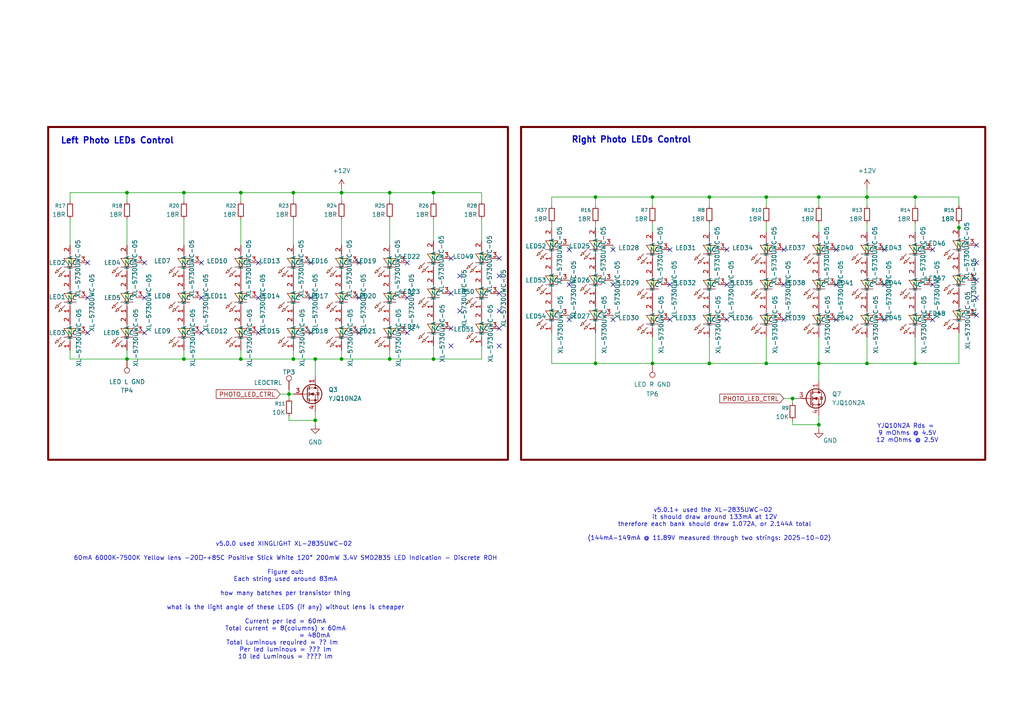
<source format=kicad_sch>
(kicad_sch (version 20250114) (generator "eeschema") (generator_version "9.0")
  (paper "A4")
  (title_block (title "MothBox") (date "2025-12-17") (rev "5.0.4") (company "Digital Naturalism Laboritories"))
  (lib_symbols
    (symbol "MothBox_Symbol_Library:+12V" (power) (pin_numbers (hide yes)) (pin_names (offset 0) (hide yes))
      (property "Value" "+12V" (at 0 3.556 0))
      (symbol "+12V_0_1"
        (polyline (pts (xy -0.762 1.27) (xy 0 2.54)))
        (polyline (pts (xy 0 2.54) (xy 0.762 1.27)))
        (polyline (pts (xy 0 0) (xy 0 2.54)))
      )
      (symbol "+12V_1_1"
        (pin power_in line (at 0 0 90) (length 0) (name "~") (number "1"))
      )
    )
    (symbol "MothBox_Symbol_Library:GND" (power) (pin_numbers (hide yes)) (pin_names (offset 0) (hide yes))
      (property "Value" "GND" (at 0 -3.81 0))
      (symbol "GND_0_1"
        (polyline (pts (xy 0 0) (xy 0 -1.27) (xy 1.27 -1.27) (xy 0 -2.54) (xy -1.27 -1.27) (xy 0 -1.27)))
      )
      (symbol "GND_1_1"
        (pin power_in line (at 0 0 270) (length 0) (name "~") (number "1"))
      )
    )
    (symbol "MothBox_Symbol_Library:R_Small" (pin_numbers (hide yes)) (pin_names (offset 0.254) (hide yes))
      (property "Reference" "R" (at 0 0 90))
      (property "Value" "R_Small" (at 1.778 0 90))
      (symbol "R_Small_0_1"
        (rectangle (start -0.762 1.778) (end 0.762 -1.778) (stroke (width 0.2032)))
      )
      (symbol "R_Small_1_1"
        (pin passive line (at 0 2.54 270) (length 0.762) (name "~") (number "1"))
        (pin passive line (at 0 -2.54 90) (length 0.762) (name "~") (number "2"))
      )
    )
    (symbol "MothBox_Symbol_Library:TestPoint" (pin_numbers (hide yes)) (pin_names (offset 0.762) (hide yes))
      (property "Reference" "TP" (at 0 6.858 0))
      (property "Value" "TestPoint" (at 0 5.08 0))
      (symbol "TestPoint_0_1"
        (circle (center 0 3.302) (radius 0.762))
      )
      (symbol "TestPoint_1_1"
        (pin passive line (at 0 0 90) (length 2.54) (name "1") (number "1"))
      )
    )
    (symbol "MothBox_Symbol_Library:XL-5730UWC-05"
      (property "Reference" "LED" (at 0 5.08 0))
      (property "Value" "XL-5730UWC-05" (at 0 -10.16 0))
      (symbol "XL-5730UWC-05_0_1"
        (polyline (pts (xy -4.06 3.3) (xy -3.05 2.79) (xy -3.56 2.29) (xy -4.06 3.3)) (fill (type background)))
        (polyline (pts (xy -3.05 4.32) (xy -2.03 3.81) (xy -2.54 3.3) (xy -3.05 4.32)) (fill (type background)))
        (polyline (pts (xy -2.29 1.52) (xy -3.3 2.54) (xy -2.29 1.52)) (fill (type background)))
        (polyline (pts (xy -1.27 2.54) (xy -2.29 3.56) (xy -1.27 2.54)) (fill (type background)))
        (polyline (pts (xy -1.27 1.78) (xy -1.27 -1.78)))
        (polyline (pts (xy -1.27 0) (xy -2.54 0)))
        (polyline (pts (xy 1.27 1.78) (xy -1.27 0) (xy 1.27 -1.78) (xy 1.27 1.78)) (fill (type background)))
        (polyline (pts (xy 2.54 0) (xy 1.27 0)))
        (pin unspecified line (at -5.08 0 0) (length 2.54) (name "K") (number "1"))
        (pin unspecified line (at 0 -5.08 90) (length 2.54) (name "NC") (number "3"))
        (pin unspecified line (at 5.08 0 180) (length 2.54) (name "A") (number "2"))
      )
    )
    (symbol "MothBox_Symbol_Library:YJQ10N2A_1" (pin_names (hide yes))
      (property "Reference" "Q" (at 5.08 1.905 0))
      (property "Value" "YJQ10N2A" (at 5.08 0 0))
      (symbol "YJQ10N2A_1_0_1"
        (polyline (pts (xy 0.254 1.905) (xy 0.254 -1.905)) (stroke (width 0.254)))
        (polyline (pts (xy 0.254 0) (xy -2.54 0)))
        (polyline (pts (xy 0.762 2.286) (xy 0.762 1.27)) (stroke (width 0.254)))
        (polyline (pts (xy 0.762 0.508) (xy 0.762 -0.508)) (stroke (width 0.254)))
        (polyline (pts (xy 0.762 -1.27) (xy 0.762 -2.286)) (stroke (width 0.254)))
        (polyline (pts (xy 0.762 -1.778) (xy 3.302 -1.778) (xy 3.302 1.778) (xy 0.762 1.778)))
        (polyline (pts (xy 1.016 0) (xy 2.032 0.381) (xy 2.032 -0.381) (xy 1.016 0)) (fill (type outline)))
        (circle (center 1.651 0) (radius 2.794) (stroke (width 0.254)))
        (polyline (pts (xy 2.54 2.54) (xy 2.54 1.778)))
        (circle (center 2.54 1.778) (radius 0.254) (fill (type outline)))
        (circle (center 2.54 -1.778) (radius 0.254) (fill (type outline)))
        (polyline (pts (xy 2.54 -2.54) (xy 2.54 0) (xy 0.762 0)))
        (polyline (pts (xy 2.794 0.508) (xy 2.921 0.381) (xy 3.683 0.381) (xy 3.81 0.254)))
        (polyline (pts (xy 3.302 0.381) (xy 2.921 -0.254) (xy 3.683 -0.254) (xy 3.302 0.381)))
      )
      (symbol "YJQ10N2A_1_1_1"
        (pin input line (at -3.81 0 0) (length 2.54) (name "G") (number "3"))
        (pin passive line (at 2.54 5.08 270) (length 2.54) (name "D") (number "1"))
        (pin passive line (at 2.54 5.08 270) (length 2.54) (hide yes) (name "D") (number "2"))
        (pin passive line (at 2.54 5.08 270) (length 2.54) (hide yes) (name "D") (number "5"))
        (pin passive line (at 2.54 5.08 270) (length 2.54) (hide yes) (name "D") (number "6"))
        (pin passive line (at 2.54 5.08 270) (length 2.54) (hide yes) (name "D") (number "8"))
        (pin passive line (at 2.54 -5.08 90) (length 2.54) (name "S") (number "4"))
        (pin passive line (at 2.54 -5.08 90) (length 2.54) (hide yes) (name "S") (number "7"))
      )
    )
  )
  (rectangle (start 13.97 36.83) (end 147.32 133.35) (stroke (width 0.5842) (color 110 0 0 1)))
  (rectangle (start 151.13 36.83) (end 285.75 133.35) (stroke (width 0.5842) (color 110 0 0 1)))
  (text "(144mA-149mA @ 11.89V measured through two strings: 2025-10-02)" (at 205.74 156.21 0) (effects (font (size 1.27 1.27))))
  (text "v5.0.0 used XINGLIGHT XL-2835UWC-02 \n\n60mA 6000K~7500K Yellow lens -20℃~+85C Positive Stick White 120° 200mW 3.4V SMD2835 LED Indication - Discrete ROH\n\nFigure out:\nEach string used around 83mA\n\nhow many batches per transistor thing\n\nwhat is the light angle of these LEDS (if any) without lens is cheaper\n\nCurrent per led = 60mA\nTotal current = 8(columns) x 60mA\n			  = 480mA\nTotal Luminous required = ?? lm  \nPer led luminous = ??? lm\n10 led Luminous = ???? lm" (at 82.804 174.244 0) (effects (font (size 1.27 1.27))))
  (text "Right Photo LEDs Control" (at 183.134 40.64 0) (effects (font (size 1.778 1.778) (thickness 0.3556) (bold yes))))
  (text "YJQ10N2A Rds = \n9 mOhms @ 4.5V\n12 mOhms @ 2.5V" (at 263.144 125.73 0) (effects (font (size 1.27 1.27))))
  (text "Left Photo LEDs Control" (at 34.036 40.894 0) (effects (font (size 1.778 1.778) (thickness 0.3556) (bold yes))))
  (text "v5.0.1+ used the XL-2835UWC-02 \nit should draw around 133mA at 12V\ntherefore each bank should draw 1.072A, or 2.144A total" (at 207.264 150.114 0) (effects (font (size 1.27 1.27))))
  (junction (at 189.23 105.41))
  (junction (at 251.46 105.41))
  (junction (at 265.43 57.15))
  (junction (at 99.06 104.14))
  (junction (at 53.34 104.14))
  (junction (at 36.83 55.88))
  (junction (at 222.25 57.15))
  (junction (at 172.72 105.41))
  (junction (at 69.85 55.88))
  (junction (at 83.82 114.3))
  (junction (at 91.44 104.14))
  (junction (at 189.23 57.15))
  (junction (at 205.74 105.41))
  (junction (at 278.13 66.04))
  (junction (at 113.03 104.14))
  (junction (at 85.09 55.88))
  (junction (at 91.44 121.92))
  (junction (at 172.72 57.15))
  (junction (at 237.49 105.41))
  (junction (at 53.34 55.88))
  (junction (at 85.09 104.14))
  (junction (at 237.49 57.15))
  (junction (at 205.74 57.15))
  (junction (at 36.83 104.14))
  (junction (at 229.87 115.57))
  (junction (at 251.46 57.15))
  (junction (at 222.25 105.41))
  (junction (at 99.06 55.88))
  (junction (at 265.43 105.41))
  (junction (at 69.85 104.14))
  (junction (at 237.49 123.19))
  (junction (at 125.73 55.88))
  (junction (at 113.03 55.88))
  (junction (at 125.73 104.14))
  (no_connect (at 144.78 85.09))
  (no_connect (at 242.57 72.39))
  (no_connect (at 165.1 82.55))
  (no_connect (at 74.93 96.52))
  (no_connect (at 194.31 82.55))
  (no_connect (at 283.21 86.36))
  (no_connect (at 283.21 71.12))
  (no_connect (at 104.14 96.52))
  (no_connect (at 283.21 76.2))
  (no_connect (at 242.57 92.71))
  (no_connect (at 74.93 76.2))
  (no_connect (at 256.54 82.55))
  (no_connect (at 144.78 95.25))
  (no_connect (at 25.4 76.2))
  (no_connect (at 227.33 92.71))
  (no_connect (at 165.1 72.39))
  (no_connect (at 227.33 72.39))
  (no_connect (at 256.54 72.39))
  (no_connect (at 41.91 96.52))
  (no_connect (at 90.17 86.36))
  (no_connect (at 242.57 82.55))
  (no_connect (at 165.1 92.71))
  (no_connect (at 25.4 86.36))
  (no_connect (at 104.14 76.2))
  (no_connect (at 177.8 82.55))
  (no_connect (at 118.11 76.2))
  (no_connect (at 130.81 100.33))
  (no_connect (at 133.35 90.17))
  (no_connect (at 144.78 80.01))
  (no_connect (at 194.31 92.71))
  (no_connect (at 256.54 92.71))
  (no_connect (at 270.51 82.55))
  (no_connect (at 118.11 96.52))
  (no_connect (at 74.93 86.36))
  (no_connect (at 130.81 95.25))
  (no_connect (at 104.14 86.36))
  (no_connect (at 58.42 96.52))
  (no_connect (at 90.17 96.52))
  (no_connect (at 118.11 86.36))
  (no_connect (at 144.78 100.33))
  (no_connect (at 210.82 72.39))
  (no_connect (at 210.82 92.71))
  (no_connect (at 194.31 72.39))
  (no_connect (at 58.42 86.36))
  (no_connect (at 130.81 74.93))
  (no_connect (at 41.91 76.2))
  (no_connect (at 144.78 74.93))
  (no_connect (at 270.51 72.39))
  (no_connect (at 177.8 92.71))
  (no_connect (at 130.81 85.09))
  (no_connect (at 283.21 91.44))
  (no_connect (at 41.91 86.36))
  (no_connect (at 133.35 80.01))
  (no_connect (at 58.42 76.2))
  (no_connect (at 90.17 76.2))
  (no_connect (at 227.33 82.55))
  (no_connect (at 270.51 92.71))
  (no_connect (at 177.8 72.39))
  (no_connect (at 144.78 90.17))
  (no_connect (at 210.82 82.55))
  (no_connect (at 25.4 96.52))
  (no_connect (at 283.21 81.28))
  (wire (pts (xy 189.23 57.15) (xy 205.74 57.15)))
  (wire (pts (xy 83.82 113.03) (xy 83.82 114.3)))
  (wire (pts (xy 172.72 105.41) (xy 189.23 105.41)))
  (wire (pts (xy 85.09 104.14) (xy 91.44 104.14)))
  (wire (pts (xy 237.49 59.69) (xy 237.49 57.15)))
  (wire (pts (xy 189.23 59.69) (xy 189.23 57.15)))
  (wire (pts (xy 278.13 96.52) (xy 278.13 105.41)))
  (wire (pts (xy 139.7 63.5) (xy 139.7 69.85)))
  (wire (pts (xy 205.74 97.79) (xy 205.74 105.41)))
  (wire (pts (xy 222.25 57.15) (xy 237.49 57.15)))
  (wire (pts (xy 172.72 57.15) (xy 172.72 59.69)))
  (wire (pts (xy 125.73 104.14) (xy 139.7 104.14)))
  (wire (pts (xy 237.49 123.19) (xy 237.49 124.46)))
  (wire (pts (xy 237.49 105.41) (xy 251.46 105.41)))
  (wire (pts (xy 251.46 59.69) (xy 251.46 57.15)))
  (wire (pts (xy 251.46 64.77) (xy 251.46 67.31)))
  (wire (pts (xy 99.06 63.5) (xy 99.06 71.12)))
  (wire (pts (xy 36.83 63.5) (xy 36.83 71.12)))
  (wire (pts (xy 165.1 82.55) (xy 165.1 81.28)))
  (wire (pts (xy 99.06 58.42) (xy 99.06 55.88)))
  (wire (pts (xy 160.02 96.52) (xy 160.02 105.41)))
  (wire (pts (xy 69.85 63.5) (xy 69.85 71.12)))
  (wire (pts (xy 81.28 114.3) (xy 83.82 114.3)))
  (wire (pts (xy 222.25 64.77) (xy 222.25 67.31)))
  (wire (pts (xy 237.49 64.77) (xy 237.49 67.31)))
  (wire (pts (xy 172.72 57.15) (xy 189.23 57.15)))
  (wire (pts (xy 278.13 59.69) (xy 278.13 57.15)))
  (wire (pts (xy 20.32 55.88) (xy 36.83 55.88)))
  (wire (pts (xy 125.73 58.42) (xy 125.73 55.88)))
  (wire (pts (xy 113.03 104.14) (xy 125.73 104.14)))
  (wire (pts (xy 53.34 55.88) (xy 69.85 55.88)))
  (wire (pts (xy 69.85 58.42) (xy 69.85 55.88)))
  (wire (pts (xy 83.82 114.3) (xy 83.82 115.57)))
  (wire (pts (xy 189.23 64.77) (xy 189.23 67.31)))
  (wire (pts (xy 139.7 100.33) (xy 139.7 104.14)))
  (wire (pts (xy 69.85 104.14) (xy 85.09 104.14)))
  (wire (pts (xy 113.03 101.6) (xy 113.03 104.14)))
  (wire (pts (xy 237.49 57.15) (xy 251.46 57.15)))
  (wire (pts (xy 36.83 55.88) (xy 53.34 55.88)))
  (wire (pts (xy 229.87 123.19) (xy 237.49 123.19)))
  (wire (pts (xy 189.23 97.79) (xy 189.23 105.41)))
  (wire (pts (xy 265.43 59.69) (xy 265.43 57.15)))
  (wire (pts (xy 160.02 64.77) (xy 160.02 66.04)))
  (wire (pts (xy 91.44 121.92) (xy 91.44 123.19)))
  (wire (pts (xy 278.13 105.41) (xy 265.43 105.41)))
  (wire (pts (xy 53.34 104.14) (xy 69.85 104.14)))
  (wire (pts (xy 237.49 97.79) (xy 237.49 105.41)))
  (wire (pts (xy 125.73 63.5) (xy 125.73 69.85)))
  (wire (pts (xy 227.33 115.57) (xy 229.87 115.57)))
  (wire (pts (xy 83.82 121.92) (xy 91.44 121.92)))
  (wire (pts (xy 278.13 64.77) (xy 278.13 66.04)))
  (wire (pts (xy 36.83 58.42) (xy 36.83 55.88)))
  (wire (pts (xy 165.1 72.39) (xy 165.1 71.12)))
  (wire (pts (xy 222.25 105.41) (xy 237.49 105.41)))
  (wire (pts (xy 91.44 104.14) (xy 91.44 109.22)))
  (wire (pts (xy 85.09 101.6) (xy 85.09 104.14)))
  (wire (pts (xy 91.44 104.14) (xy 99.06 104.14)))
  (wire (pts (xy 53.34 101.6) (xy 53.34 104.14)))
  (wire (pts (xy 139.7 58.42) (xy 139.7 55.88)))
  (wire (pts (xy 265.43 57.15) (xy 278.13 57.15)))
  (wire (pts (xy 251.46 57.15) (xy 265.43 57.15)))
  (wire (pts (xy 20.32 58.42) (xy 20.32 55.88)))
  (wire (pts (xy 99.06 101.6) (xy 99.06 104.14)))
  (wire (pts (xy 237.49 120.65) (xy 237.49 123.19)))
  (wire (pts (xy 85.09 58.42) (xy 85.09 55.88)))
  (wire (pts (xy 113.03 55.88) (xy 113.03 58.42)))
  (wire (pts (xy 177.8 82.55) (xy 177.8 81.28)))
  (wire (pts (xy 36.83 101.6) (xy 36.83 104.14)))
  (wire (pts (xy 189.23 105.41) (xy 205.74 105.41)))
  (wire (pts (xy 177.8 92.71) (xy 177.8 91.44)))
  (wire (pts (xy 205.74 105.41) (xy 222.25 105.41)))
  (wire (pts (xy 83.82 120.65) (xy 83.82 121.92)))
  (wire (pts (xy 172.72 96.52) (xy 172.72 105.41)))
  (wire (pts (xy 20.32 63.5) (xy 20.32 71.12)))
  (wire (pts (xy 85.09 55.88) (xy 99.06 55.88)))
  (wire (pts (xy 113.03 63.5) (xy 113.03 71.12)))
  (wire (pts (xy 222.25 59.69) (xy 222.25 57.15)))
  (wire (pts (xy 53.34 58.42) (xy 53.34 55.88)))
  (wire (pts (xy 160.02 105.41) (xy 172.72 105.41)))
  (wire (pts (xy 251.46 54.61) (xy 251.46 57.15)))
  (wire (pts (xy 265.43 97.79) (xy 265.43 105.41)))
  (wire (pts (xy 139.7 55.88) (xy 125.73 55.88)))
  (wire (pts (xy 91.44 119.38) (xy 91.44 121.92)))
  (wire (pts (xy 177.8 72.39) (xy 177.8 71.12)))
  (wire (pts (xy 278.13 66.04) (xy 278.13 67.31)))
  (wire (pts (xy 205.74 57.15) (xy 222.25 57.15)))
  (wire (pts (xy 53.34 63.5) (xy 53.34 71.12)))
  (wire (pts (xy 229.87 115.57) (xy 231.14 115.57)))
  (wire (pts (xy 125.73 100.33) (xy 125.73 104.14)))
  (wire (pts (xy 69.85 55.88) (xy 85.09 55.88)))
  (wire (pts (xy 229.87 121.92) (xy 229.87 123.19)))
  (wire (pts (xy 20.32 101.6) (xy 20.32 104.14)))
  (wire (pts (xy 251.46 105.41) (xy 265.43 105.41)))
  (wire (pts (xy 205.74 64.77) (xy 205.74 67.31)))
  (wire (pts (xy 36.83 104.14) (xy 53.34 104.14)))
  (wire (pts (xy 237.49 105.41) (xy 237.49 110.49)))
  (wire (pts (xy 99.06 55.88) (xy 113.03 55.88)))
  (wire (pts (xy 165.1 92.71) (xy 165.1 91.44)))
  (wire (pts (xy 160.02 59.69) (xy 160.02 57.15)))
  (wire (pts (xy 99.06 54.61) (xy 99.06 55.88)))
  (wire (pts (xy 172.72 64.77) (xy 172.72 66.04)))
  (wire (pts (xy 69.85 101.6) (xy 69.85 104.14)))
  (wire (pts (xy 222.25 97.79) (xy 222.25 105.41)))
  (wire (pts (xy 251.46 97.79) (xy 251.46 105.41)))
  (wire (pts (xy 85.09 63.5) (xy 85.09 71.12)))
  (wire (pts (xy 160.02 57.15) (xy 172.72 57.15)))
  (wire (pts (xy 229.87 115.57) (xy 229.87 116.84)))
  (wire (pts (xy 83.82 114.3) (xy 85.09 114.3)))
  (wire (pts (xy 265.43 64.77) (xy 265.43 67.31)))
  (wire (pts (xy 205.74 59.69) (xy 205.74 57.15)))
  (wire (pts (xy 99.06 104.14) (xy 113.03 104.14)))
  (wire (pts (xy 113.03 55.88) (xy 125.73 55.88)))
  (wire (pts (xy 20.32 104.14) (xy 36.83 104.14)))
  (global_label "PHOTO_LED_CTRL" (shape input) (at 227.33 115.57 180) (property "Intersheetrefs" "${INTERSHEET_REFS}" (effects (hide yes))))
  (global_label "PHOTO_LED_CTRL" (shape input) (at 81.28 114.3 180) (property "Intersheetrefs" "${INTERSHEET_REFS}" (effects (hide yes))))
  (symbol (lib_id "MothBox_Symbol_Library:XL-5730UWC-05") (at 139.7 95.25 90) (unit 1)
    (property "Reference" "LED51" (at 137.668 95.504 90) (effects (justify left)))
    (property "Value" "XL-5730UWC-05" (at 142.24 105.156 0) (effects (justify left)))
    (property "Footprint" "MothBox_footprints_Library:LED-SMD_3P-L5.7-W3.0-RD" (effects (hide yes)))
    (property "LCSC_Part" "C2843887" (effects (hide yes)))
  )
  (symbol (lib_id "MothBox_Symbol_Library:XL-5730UWC-05") (at 99.06 96.52 90) (unit 1)
    (property "Reference" "LED18" (at 95.25 96.0099 90) (effects (justify left)))
    (property "Value" "XL-5730UWC-05" (at 101.6 106.426 0) (effects (justify left)))
    (property "Footprint" "MothBox_footprints_Library:LED-SMD_3P-L5.7-W3.0-RD" (effects (hide yes)))
    (property "LCSC_Part" "C2843887" (effects (hide yes)))
  )
  (symbol (lib_id "MothBox_Symbol_Library:XL-5730UWC-05") (at 69.85 86.36 90) (unit 1)
    (property "Reference" "LED11" (at 66.04 85.8499 90) (effects (justify left)))
    (property "Value" "XL-5730UWC-05" (at 76.2 96.266 0) (effects (justify left)))
    (property "Footprint" "MothBox_footprints_Library:LED-SMD_3P-L5.7-W3.0-RD" (effects (hide yes)))
    (property "LCSC_Part" "C2843887" (effects (hide yes)))
  )
  (symbol (lib_id "MothBox_Symbol_Library:XL-5730UWC-05") (at 20.32 86.36 90) (unit 1)
    (property "Reference" "LED1" (at 19.05 86.106 90) (effects (justify left)))
    (property "Value" "XL-5730UWC-05" (at 26.67 96.266 0) (effects (justify left)))
    (property "Footprint" "MothBox_footprints_Library:LED-SMD_3P-L5.7-W3.0-RD" (effects (hide yes)))
    (property "LCSC_Part" "C2843887" (effects (hide yes)))
  )
  (symbol (lib_id "MothBox_Symbol_Library:XL-5730UWC-05") (at 172.72 91.44 90) (unit 1)
    (property "Reference" "LED27" (at 171.196 91.694 90) (effects (justify left)))
    (property "Value" "XL-5730UWC-05" (at 175.26 102.616 0) (effects (justify left)))
    (property "Footprint" "MothBox_footprints_Library:LED-SMD_3P-L5.7-W3.0-RD" (effects (hide yes)))
    (property "LCSC_Part" "C2843887" (effects (hide yes)))
  )
  (symbol (lib_id "MothBox_Symbol_Library:XL-5730UWC-05") (at 53.34 76.2 90) (unit 1)
    (property "Reference" "LED7" (at 49.53 75.6899 90) (effects (justify left)))
    (property "Value" "XL-5730UWC-05" (at 55.626 86.36 0) (effects (justify left)))
    (property "Footprint" "MothBox_footprints_Library:LED-SMD_3P-L5.7-W3.0-RD" (effects (hide yes)))
    (property "LCSC_Part" "C2843887" (effects (hide yes)))
  )
  (symbol (lib_id "MothBox_Symbol_Library:XL-5730UWC-05") (at 205.74 72.39 90) (unit 1)
    (property "Reference" "LED31" (at 201.93 71.8799 90) (effects (justify left)))
    (property "Value" "XL-5730UWC-05" (at 208.026 82.55 0) (effects (justify left)))
    (property "Footprint" "MothBox_footprints_Library:LED-SMD_3P-L5.7-W3.0-RD" (effects (hide yes)))
    (property "LCSC_Part" "C2843887" (effects (hide yes)))
  )
  (symbol (lib_id "MothBox_Symbol_Library:XL-5730UWC-05") (at 36.83 96.52 90) (unit 1)
    (property "Reference" "LED6" (at 34.798 96.52 90) (effects (justify left)))
    (property "Value" "XL-5730UWC-05" (at 39.37 106.426 0) (effects (justify left)))
    (property "Footprint" "MothBox_footprints_Library:LED-SMD_3P-L5.7-W3.0-RD" (effects (hide yes)))
    (property "LCSC_Part" "C2843887" (effects (hide yes)))
  )
  (symbol (lib_id "MothBox_Symbol_Library:R_Small") (at 251.46 62.23 0) (mirror y) (unit 1)
    (property "Reference" "R13" (at 250.19 60.96 0) (effects (font (size 1.016 1.016)) (justify left)))
    (property "Value" "18R" (at 250.19 63.5 0) (effects (justify left)))
    (property "Footprint" "MothBox_footprints_Library:R_1210_3225Metric" (effects (hide yes)))
    (property "Description" "CL1210FN18RP" (effects (hide yes)))
    (property "LCSC_Part" "C48392080" (effects (hide yes)))
  )
  (symbol (lib_id "MothBox_Symbol_Library:XL-5730UWC-05") (at 20.32 76.2 90) (unit 1)
    (property "Reference" "LED2" (at 19.05 76.2 90) (effects (justify left)))
    (property "Value" "XL-5730UWC-05" (at 22.606 86.36 0) (effects (justify left)))
    (property "Footprint" "MothBox_footprints_Library:LED-SMD_3P-L5.7-W3.0-RD" (effects (hide yes)))
    (property "LCSC_Part" "C2843887" (effects (hide yes)))
  )
  (symbol (lib_id "MothBox_Symbol_Library:XL-5730UWC-05") (at 265.43 82.55 90) (unit 1)
    (property "Reference" "LED44" (at 261.62 82.0399 90) (effects (justify left)))
    (property "Value" "XL-5730UWC-05" (at 271.78 92.456 0) (effects (justify left)))
    (property "Footprint" "MothBox_footprints_Library:LED-SMD_3P-L5.7-W3.0-RD" (effects (hide yes)))
    (property "LCSC_Part" "C2843887" (effects (hide yes)))
  )
  (symbol (lib_id "MothBox_Symbol_Library:XL-5730UWC-05") (at 222.25 82.55 90) (unit 1)
    (property "Reference" "LED35" (at 218.44 82.0399 90) (effects (justify left)))
    (property "Value" "XL-5730UWC-05" (at 228.6 92.456 0) (effects (justify left)))
    (property "Footprint" "MothBox_footprints_Library:LED-SMD_3P-L5.7-W3.0-RD" (effects (hide yes)))
    (property "LCSC_Part" "C2843887" (effects (hide yes)))
  )
  (symbol (lib_id "MothBox_Symbol_Library:R_Small") (at 189.23 62.23 0) (mirror y) (unit 1)
    (property "Reference" "R7" (at 187.96 60.96 0) (effects (font (size 1.016 1.016)) (justify left)))
    (property "Value" "18R" (at 187.96 63.5 0) (effects (justify left)))
    (property "Footprint" "MothBox_footprints_Library:R_1210_3225Metric" (effects (hide yes)))
    (property "Description" "CL1210FN18RP" (effects (hide yes)))
    (property "LCSC_Part" "C48392080" (effects (hide yes)))
  )
  (symbol (lib_id "MothBox_Symbol_Library:R_Small") (at 172.72 62.23 0) (mirror y) (unit 1)
    (property "Reference" "R16" (at 171.45 60.96 0) (effects (font (size 1.016 1.016)) (justify left)))
    (property "Value" "18R" (at 171.45 63.5 0) (effects (justify left)))
    (property "Footprint" "MothBox_footprints_Library:R_1210_3225Metric" (effects (hide yes)))
    (property "Description" "CL1210FN18RP" (effects (hide yes)))
    (property "LCSC_Part" "C48392080" (effects (hide yes)))
  )
  (symbol (lib_id "MothBox_Symbol_Library:XL-5730UWC-05") (at 237.49 82.55 90) (unit 1)
    (property "Reference" "LED38" (at 233.68 82.0399 90) (effects (justify left)))
    (property "Value" "XL-5730UWC-05" (at 243.84 92.456 0) (effects (justify left)))
    (property "Footprint" "MothBox_footprints_Library:LED-SMD_3P-L5.7-W3.0-RD" (effects (hide yes)))
    (property "LCSC_Part" "C2843887" (effects (hide yes)))
  )
  (symbol (lib_id "MothBox_Symbol_Library:R_Small") (at 139.7 60.96 0) (mirror y) (unit 1)
    (property "Reference" "R28" (at 138.43 59.69 0) (effects (font (size 1.016 1.016)) (justify left)))
    (property "Value" "18R" (at 138.43 62.23 0) (effects (justify left)))
    (property "Footprint" "MothBox_footprints_Library:R_1210_3225Metric" (effects (hide yes)))
    (property "Description" "CL1210FN18RP" (effects (hide yes)))
    (property "LCSC_Part" "C48392080" (effects (hide yes)))
  )
  (symbol (lib_id "MothBox_Symbol_Library:XL-5730UWC-05") (at 172.72 81.28 90) (unit 1)
    (property "Reference" "LED26" (at 171.196 81.28 90) (effects (justify left)))
    (property "Value" "XL-5730UWC-05" (at 179.07 92.456 0) (effects (justify left)))
    (property "Footprint" "MothBox_footprints_Library:LED-SMD_3P-L5.7-W3.0-RD" (effects (hide yes)))
    (property "LCSC_Part" "C2843887" (effects (hide yes)))
  )
  (symbol (lib_id "MothBox_Symbol_Library:XL-5730UWC-05") (at 113.03 96.52 90) (unit 1)
    (property "Reference" "LED21" (at 109.22 96.0099 90) (effects (justify left)))
    (property "Value" "XL-5730UWC-05" (at 115.57 106.426 0) (effects (justify left)))
    (property "Footprint" "MothBox_footprints_Library:LED-SMD_3P-L5.7-W3.0-RD" (effects (hide yes)))
    (property "LCSC_Part" "C2843887" (effects (hide yes)))
  )
  (symbol (lib_id "MothBox_Symbol_Library:R_Small") (at 85.09 60.96 0) (mirror y) (unit 1)
    (property "Reference" "R23" (at 83.82 59.69 0) (effects (font (size 1.016 1.016)) (justify left)))
    (property "Value" "18R" (at 83.82 62.23 0) (effects (justify left)))
    (property "Footprint" "MothBox_footprints_Library:R_1210_3225Metric" (effects (hide yes)))
    (property "Description" "CL1210FN18RP" (effects (hide yes)))
    (property "LCSC_Part" "C48392080" (effects (hide yes)))
  )
  (symbol (lib_id "MothBox_Symbol_Library:R_Small") (at 237.49 62.23 0) (mirror y) (unit 1)
    (property "Reference" "R12" (at 236.22 60.96 0) (effects (font (size 1.016 1.016)) (justify left)))
    (property "Value" "18R" (at 236.22 63.5 0) (effects (justify left)))
    (property "Footprint" "MothBox_footprints_Library:R_1210_3225Metric" (effects (hide yes)))
    (property "Description" "CL1210FN18RP" (effects (hide yes)))
    (property "LCSC_Part" "C48392080" (effects (hide yes)))
  )
  (symbol (lib_id "MothBox_Symbol_Library:XL-5730UWC-05") (at 265.43 92.71 90) (unit 1)
    (property "Reference" "LED45" (at 261.62 92.1999 90) (effects (justify left)))
    (property "Value" "XL-5730UWC-05" (at 267.97 102.616 0) (effects (justify left)))
    (property "Footprint" "MothBox_footprints_Library:LED-SMD_3P-L5.7-W3.0-RD" (effects (hide yes)))
    (property "LCSC_Part" "C2843887" (effects (hide yes)))
  )
  (symbol (lib_id "MothBox_Symbol_Library:XL-5730UWC-05") (at 85.09 76.2 90) (unit 1)
    (property "Reference" "LED13" (at 81.28 75.6899 90) (effects (justify left)))
    (property "Value" "XL-5730UWC-05" (at 87.376 86.36 0) (effects (justify left)))
    (property "Footprint" "MothBox_footprints_Library:LED-SMD_3P-L5.7-W3.0-RD" (effects (hide yes)))
    (property "LCSC_Part" "C2843887" (effects (hide yes)))
  )
  (symbol (lib_id "MothBox_Symbol_Library:R_Small") (at 53.34 60.96 0) (mirror y) (unit 1)
    (property "Reference" "R20" (at 52.07 59.69 0) (effects (font (size 1.016 1.016)) (justify left)))
    (property "Value" "18R" (at 52.07 62.23 0) (effects (justify left)))
    (property "Footprint" "MothBox_footprints_Library:R_1210_3225Metric" (effects (hide yes)))
    (property "Description" "CL1210FN18RP" (effects (hide yes)))
    (property "LCSC_Part" "C48392080" (effects (hide yes)))
  )
  (symbol (lib_id "MothBox_Symbol_Library:R_Small") (at 205.74 62.23 0) (mirror y) (unit 1)
    (property "Reference" "R8" (at 204.47 60.96 0) (effects (font (size 1.016 1.016)) (justify left)))
    (property "Value" "18R" (at 204.47 63.5 0) (effects (justify left)))
    (property "Footprint" "MothBox_footprints_Library:R_1210_3225Metric" (effects (hide yes)))
    (property "Description" "CL1210FN18RP" (effects (hide yes)))
    (property "LCSC_Part" "C48392080" (effects (hide yes)))
  )
  (symbol (lib_id "MothBox_Symbol_Library:XL-5730UWC-05") (at 278.13 81.28 90) (unit 1)
    (property "Reference" "LED47" (at 274.32 80.7699 90) (effects (justify left)))
    (property "Value" "XL-5730UWC-05" (at 282.448 91.694 0) (effects (justify left)))
    (property "Footprint" "MothBox_footprints_Library:LED-SMD_3P-L5.7-W3.0-RD" (effects (hide yes)))
    (property "LCSC_Part" "C2843887" (effects (hide yes)))
  )
  (symbol (lib_id "MothBox_Symbol_Library:R_Small") (at 99.06 60.96 0) (mirror y) (unit 1)
    (property "Reference" "R24" (at 97.79 59.69 0) (effects (font (size 1.016 1.016)) (justify left)))
    (property "Value" "18R" (at 97.79 62.23 0) (effects (justify left)))
    (property "Footprint" "MothBox_footprints_Library:R_1210_3225Metric" (effects (hide yes)))
    (property "Description" "CL1210FN18RP" (effects (hide yes)))
    (property "LCSC_Part" "C48392080" (effects (hide yes)))
  )
  (symbol (lib_id "MothBox_Symbol_Library:GND") (at 91.44 123.19 0) (unit 1)
    (property "Reference" "#PWR036" (effects (hide yes)))
    (property "Value" "GND" (at 91.44 128.27 0))
    (property "Description" "Power symbol creates a global label with name \"GND\" , ground" (effects (hide yes)))
  )
  (symbol (lib_id "MothBox_Symbol_Library:XL-5730UWC-05") (at 172.72 71.12 90) (unit 1)
    (property "Reference" "LED25" (at 171.196 71.374 90) (effects (justify left)))
    (property "Value" "XL-5730UWC-05" (at 175.006 82.55 0) (effects (justify left)))
    (property "Footprint" "MothBox_footprints_Library:LED-SMD_3P-L5.7-W3.0-RD" (effects (hide yes)))
    (property "LCSC_Part" "C2843887" (effects (hide yes)))
  )
  (symbol (lib_id "MothBox_Symbol_Library:XL-5730UWC-05") (at 251.46 72.39 90) (unit 1)
    (property "Reference" "LED40" (at 247.65 71.8799 90) (effects (justify left)))
    (property "Value" "XL-5730UWC-05" (at 253.746 82.55 0) (effects (justify left)))
    (property "Footprint" "MothBox_footprints_Library:LED-SMD_3P-L5.7-W3.0-RD" (effects (hide yes)))
    (property "LCSC_Part" "C2843887" (effects (hide yes)))
  )
  (symbol (lib_id "MothBox_Symbol_Library:TestPoint") (at 189.23 105.41 180) (unit 1) (in_bom no)
    (property "Reference" "TP6" (at 189.23 114.3 0))
    (property "Value" "LED R GND" (at 189.23 111.506 0))
    (property "Footprint" "MothBox_footprints_Library:TestPoint_THTPad_D1.0mm_Drill0.5mm" (effects (hide yes)))
    (property "Description" "test point" (effects (hide yes)))
  )
  (symbol (lib_id "MothBox_Symbol_Library:XL-5730UWC-05") (at 222.25 92.71 90) (unit 1)
    (property "Reference" "LED36" (at 218.44 92.1999 90) (effects (justify left)))
    (property "Value" "XL-5730UWC-05" (at 224.79 102.616 0) (effects (justify left)))
    (property "Footprint" "MothBox_footprints_Library:LED-SMD_3P-L5.7-W3.0-RD" (effects (hide yes)))
    (property "LCSC_Part" "C2843887" (effects (hide yes)))
  )
  (symbol (lib_id "MothBox_Symbol_Library:R_Small") (at 36.83 60.96 0) (mirror y) (unit 1)
    (property "Reference" "R18" (at 35.56 59.69 0) (effects (font (size 1.016 1.016)) (justify left)))
    (property "Value" "18R" (at 35.56 62.23 0) (effects (justify left)))
    (property "Footprint" "MothBox_footprints_Library:R_1210_3225Metric" (effects (hide yes)))
    (property "Description" "CL1210FN18RP" (effects (hide yes)))
    (property "LCSC_Part" "C48392080" (effects (hide yes)))
  )
  (symbol (lib_id "MothBox_Symbol_Library:R_Small") (at 229.87 119.38 0) (unit 1)
    (property "Reference" "R9" (at 228.854 118.364 0) (effects (font (size 1.016 1.016)) (justify right)))
    (property "Value" "10K" (at 228.854 120.904 0) (effects (justify right)))
    (property "Footprint" "MothBox_footprints_Library:R_0603_1608Metric" (effects (hide yes)))
    (property "Description" "Resistor, small symbol" (effects (hide yes)))
    (property "LCSC_Part" "C25804" (effects (hide yes)))
  )
  (symbol (lib_id "MothBox_Symbol_Library:+12V") (at 99.06 54.61 0) (unit 1)
    (property "Reference" "#PWR035" (effects (hide yes)))
    (property "Value" "+12V" (at 99.06 49.53 0))
    (property "Description" "Power symbol creates a global label with name \"+12V\"" (effects (hide yes)))
  )
  (symbol (lib_id "MothBox_Symbol_Library:R_Small") (at 20.32 60.96 0) (mirror y) (unit 1)
    (property "Reference" "R17" (at 19.05 59.69 0) (effects (font (size 1.016 1.016)) (justify left)))
    (property "Value" "18R" (at 19.05 62.23 0) (effects (justify left)))
    (property "Footprint" "MothBox_footprints_Library:R_1210_3225Metric" (effects (hide yes)))
    (property "Description" "CL1210FN18RP" (effects (hide yes)))
    (property "LCSC_Part" "C48392080" (effects (hide yes)))
  )
  (symbol (lib_id "MothBox_Symbol_Library:XL-5730UWC-05") (at 205.74 82.55 90) (unit 1)
    (property "Reference" "LED32" (at 201.93 82.0399 90) (effects (justify left)))
    (property "Value" "XL-5730UWC-05" (at 212.09 92.456 0) (effects (justify left)))
    (property "Footprint" "MothBox_footprints_Library:LED-SMD_3P-L5.7-W3.0-RD" (effects (hide yes)))
    (property "LCSC_Part" "C2843887" (effects (hide yes)))
  )
  (symbol (lib_id "MothBox_Symbol_Library:XL-5730UWC-05") (at 69.85 76.2 90) (unit 1)
    (property "Reference" "LED10" (at 66.04 75.6899 90) (effects (justify left)))
    (property "Value" "XL-5730UWC-05" (at 72.136 86.36 0) (effects (justify left)))
    (property "Footprint" "MothBox_footprints_Library:LED-SMD_3P-L5.7-W3.0-RD" (effects (hide yes)))
    (property "LCSC_Part" "C2843887" (effects (hide yes)))
  )
  (symbol (lib_id "MothBox_Symbol_Library:XL-5730UWC-05") (at 160.02 91.44 90) (unit 1)
    (property "Reference" "LED54" (at 158.496 91.694 90) (effects (justify left)))
    (property "Value" "XL-5730UWC-05" (at 162.56 102.616 0) (effects (justify left)))
    (property "Footprint" "MothBox_footprints_Library:LED-SMD_3P-L5.7-W3.0-RD" (effects (hide yes)))
    (property "LCSC_Part" "C2843887" (effects (hide yes)))
  )
  (symbol (lib_id "MothBox_Symbol_Library:XL-5730UWC-05") (at 251.46 92.71 90) (unit 1)
    (property "Reference" "LED42" (at 247.65 92.1999 90) (effects (justify left)))
    (property "Value" "XL-5730UWC-05" (at 254 102.616 0) (effects (justify left)))
    (property "Footprint" "MothBox_footprints_Library:LED-SMD_3P-L5.7-W3.0-RD" (effects (hide yes)))
    (property "LCSC_Part" "C2843887" (effects (hide yes)))
  )
  (symbol (lib_id "MothBox_Symbol_Library:XL-5730UWC-05") (at 237.49 72.39 90) (unit 1)
    (property "Reference" "LED37" (at 233.68 71.8799 90) (effects (justify left)))
    (property "Value" "XL-5730UWC-05" (at 239.776 82.55 0) (effects (justify left)))
    (property "Footprint" "MothBox_footprints_Library:LED-SMD_3P-L5.7-W3.0-RD" (effects (hide yes)))
    (property "LCSC_Part" "C2843887" (effects (hide yes)))
  )
  (symbol (lib_id "MothBox_Symbol_Library:XL-5730UWC-05") (at 125.73 74.93 90) (unit 1)
    (property "Reference" "LED22" (at 121.92 74.4199 90) (effects (justify left)))
    (property "Value" "XL-5730UWC-05" (at 128.016 85.09 0) (effects (justify left)))
    (property "Footprint" "MothBox_footprints_Library:LED-SMD_3P-L5.7-W3.0-RD" (effects (hide yes)))
    (property "LCSC_Part" "C2843887" (effects (hide yes)))
  )
  (symbol (lib_id "MothBox_Symbol_Library:XL-5730UWC-05") (at 99.06 86.36 90) (unit 1)
    (property "Reference" "LED17" (at 95.25 85.8499 90) (effects (justify left)))
    (property "Value" "XL-5730UWC-05" (at 105.41 96.266 0) (effects (justify left)))
    (property "Footprint" "MothBox_footprints_Library:LED-SMD_3P-L5.7-W3.0-RD" (effects (hide yes)))
    (property "LCSC_Part" "C2843887" (effects (hide yes)))
  )
  (symbol (lib_id "MothBox_Symbol_Library:XL-5730UWC-05") (at 278.13 91.44 90) (unit 1)
    (property "Reference" "LED48" (at 274.32 90.9299 90) (effects (justify left)))
    (property "Value" "XL-5730UWC-05" (at 280.67 101.346 0) (effects (justify left)))
    (property "Footprint" "MothBox_footprints_Library:LED-SMD_3P-L5.7-W3.0-RD" (effects (hide yes)))
    (property "LCSC_Part" "C2843887" (effects (hide yes)))
  )
  (symbol (lib_id "MothBox_Symbol_Library:XL-5730UWC-05") (at 237.49 92.71 90) (unit 1)
    (property "Reference" "LED39" (at 233.68 92.1999 90) (effects (justify left)))
    (property "Value" "XL-5730UWC-05" (at 240.03 102.616 0) (effects (justify left)))
    (property "Footprint" "MothBox_footprints_Library:LED-SMD_3P-L5.7-W3.0-RD" (effects (hide yes)))
    (property "LCSC_Part" "C2843887" (effects (hide yes)))
  )
  (symbol (lib_id "MothBox_Symbol_Library:XL-5730UWC-05") (at 139.7 74.93 90) (unit 1)
    (property "Reference" "LED49" (at 137.414 74.422 90) (effects (justify left)))
    (property "Value" "XL-5730UWC-05" (at 141.986 85.09 0) (effects (justify left)))
    (property "Footprint" "MothBox_footprints_Library:LED-SMD_3P-L5.7-W3.0-RD" (effects (hide yes)))
    (property "LCSC_Part" "C2843887" (effects (hide yes)))
  )
  (symbol (lib_id "MothBox_Symbol_Library:YJQ10N2A_1") (at 88.9 114.3 0) (unit 1)
    (property "Reference" "Q3" (at 95.25 113.0299 0) (effects (justify left)))
    (property "Value" "YJQ10N2A" (at 95.25 115.5699 0) (effects (justify left)))
    (property "Footprint" "MothBox_footprints_Library:U-DFN2020-6_L2.0-W2.0-P0.65-BL" (effects (hide yes)))
    (property "Description" "20V Vds, 10V Vgs, 13A Id, 9.5m Ohm, N-Channel MOSFET, DFN2020-3" (effects (hide yes)))
    (property "LCSC_Part" "C919558" (effects (hide yes)))
  )
  (symbol (lib_id "MothBox_Symbol_Library:XL-5730UWC-05") (at 125.73 85.09 90) (unit 1)
    (property "Reference" "LED23" (at 121.92 84.5799 90) (effects (justify left)))
    (property "Value" "XL-5730UWC-05" (at 134.62 94.996 0) (effects (justify left)))
    (property "Footprint" "MothBox_footprints_Library:LED-SMD_3P-L5.7-W3.0-RD" (effects (hide yes)))
    (property "LCSC_Part" "C2843887" (effects (hide yes)))
  )
  (symbol (lib_id "MothBox_Symbol_Library:XL-5730UWC-05") (at 36.83 86.36 90) (unit 1)
    (property "Reference" "LED5" (at 35.052 86.36 90) (effects (justify left)))
    (property "Value" "XL-5730UWC-05" (at 43.18 96.266 0) (effects (justify left)))
    (property "Footprint" "MothBox_footprints_Library:LED-SMD_3P-L5.7-W3.0-RD" (effects (hide yes)))
    (property "LCSC_Part" "C2843887" (effects (hide yes)))
  )
  (symbol (lib_id "MothBox_Symbol_Library:XL-5730UWC-05") (at 189.23 92.71 90) (unit 1)
    (property "Reference" "LED30" (at 185.42 92.1999 90) (effects (justify left)))
    (property "Value" "XL-5730UWC-05" (at 191.77 102.616 0) (effects (justify left)))
    (property "Footprint" "MothBox_footprints_Library:LED-SMD_3P-L5.7-W3.0-RD" (effects (hide yes)))
    (property "LCSC_Part" "C2843887" (effects (hide yes)))
  )
  (symbol (lib_id "MothBox_Symbol_Library:XL-5730UWC-05") (at 139.7 85.09 90) (unit 1)
    (property "Reference" "LED50" (at 137.668 84.582 90) (effects (justify left)))
    (property "Value" "XL-5730UWC-05" (at 146.05 94.996 0) (effects (justify left)))
    (property "Footprint" "MothBox_footprints_Library:LED-SMD_3P-L5.7-W3.0-RD" (effects (hide yes)))
    (property "LCSC_Part" "C2843887" (effects (hide yes)))
  )
  (symbol (lib_id "MothBox_Symbol_Library:XL-5730UWC-05") (at 125.73 95.25 90) (unit 1)
    (property "Reference" "LED24" (at 121.92 94.7399 90) (effects (justify left)))
    (property "Value" "XL-5730UWC-05" (at 128.27 105.156 0) (effects (justify left)))
    (property "Footprint" "MothBox_footprints_Library:LED-SMD_3P-L5.7-W3.0-RD" (effects (hide yes)))
    (property "LCSC_Part" "C2843887" (effects (hide yes)))
  )
  (symbol (lib_id "MothBox_Symbol_Library:XL-5730UWC-05") (at 113.03 76.2 90) (unit 1)
    (property "Reference" "LED19" (at 109.22 75.6899 90) (effects (justify left)))
    (property "Value" "XL-5730UWC-05" (at 115.316 86.36 0) (effects (justify left)))
    (property "Footprint" "MothBox_footprints_Library:LED-SMD_3P-L5.7-W3.0-RD" (effects (hide yes)))
    (property "LCSC_Part" "C2843887" (effects (hide yes)))
  )
  (symbol (lib_id "MothBox_Symbol_Library:XL-5730UWC-05") (at 278.13 71.12 90) (unit 1)
    (property "Reference" "LED46" (at 274.32 70.6099 90) (effects (justify left)))
    (property "Value" "XL-5730UWC-05" (at 280.416 81.28 0) (effects (justify left)))
    (property "Footprint" "MothBox_footprints_Library:LED-SMD_3P-L5.7-W3.0-RD" (effects (hide yes)))
    (property "LCSC_Part" "C2843887" (effects (hide yes)))
  )
  (symbol (lib_id "MothBox_Symbol_Library:XL-5730UWC-05") (at 222.25 72.39 90) (unit 1)
    (property "Reference" "LED34" (at 218.44 71.8799 90) (effects (justify left)))
    (property "Value" "XL-5730UWC-05" (at 224.536 82.55 0) (effects (justify left)))
    (property "Footprint" "MothBox_footprints_Library:LED-SMD_3P-L5.7-W3.0-RD" (effects (hide yes)))
    (property "LCSC_Part" "C2843887" (effects (hide yes)))
  )
  (symbol (lib_id "MothBox_Symbol_Library:R_Small") (at 113.03 60.96 0) (mirror y) (unit 1)
    (property "Reference" "R25" (at 111.76 59.69 0) (effects (font (size 1.016 1.016)) (justify left)))
    (property "Value" "18R" (at 111.76 62.23 0) (effects (justify left)))
    (property "Footprint" "MothBox_footprints_Library:R_1210_3225Metric" (effects (hide yes)))
    (property "Description" "CL1210FN18RP" (effects (hide yes)))
    (property "LCSC_Part" "C48392080" (effects (hide yes)))
  )
  (symbol (lib_id "MothBox_Symbol_Library:XL-5730UWC-05") (at 85.09 96.52 90) (unit 1)
    (property "Reference" "LED15" (at 81.28 96.0099 90) (effects (justify left)))
    (property "Value" "XL-5730UWC-05" (at 87.63 106.426 0) (effects (justify left)))
    (property "Footprint" "MothBox_footprints_Library:LED-SMD_3P-L5.7-W3.0-RD" (effects (hide yes)))
    (property "LCSC_Part" "C2843887" (effects (hide yes)))
  )
  (symbol (lib_id "MothBox_Symbol_Library:XL-5730UWC-05") (at 36.83 76.2 90) (unit 1)
    (property "Reference" "LED4" (at 35.052 76.2 90) (effects (justify left)))
    (property "Value" "XL-5730UWC-05" (at 39.116 86.36 0) (effects (justify left)))
    (property "Footprint" "MothBox_footprints_Library:LED-SMD_3P-L5.7-W3.0-RD" (effects (hide yes)))
    (property "LCSC_Part" "C2843887" (effects (hide yes)))
  )
  (symbol (lib_id "MothBox_Symbol_Library:R_Small") (at 125.73 60.96 0) (mirror y) (unit 1)
    (property "Reference" "R26" (at 124.46 59.69 0) (effects (font (size 1.016 1.016)) (justify left)))
    (property "Value" "18R" (at 124.46 62.23 0) (effects (justify left)))
    (property "Footprint" "MothBox_footprints_Library:R_1210_3225Metric" (effects (hide yes)))
    (property "Description" "CL1210FN18RP" (effects (hide yes)))
    (property "LCSC_Part" "C48392080" (effects (hide yes)))
  )
  (symbol (lib_id "MothBox_Symbol_Library:XL-5730UWC-05") (at 99.06 76.2 90) (unit 1)
    (property "Reference" "LED16" (at 95.25 75.6899 90) (effects (justify left)))
    (property "Value" "XL-5730UWC-05" (at 101.346 86.36 0) (effects (justify left)))
    (property "Footprint" "MothBox_footprints_Library:LED-SMD_3P-L5.7-W3.0-RD" (effects (hide yes)))
    (property "LCSC_Part" "C2843887" (effects (hide yes)))
  )
  (symbol (lib_id "MothBox_Symbol_Library:XL-5730UWC-05") (at 205.74 92.71 90) (unit 1)
    (property "Reference" "LED33" (at 201.93 92.1999 90) (effects (justify left)))
    (property "Value" "XL-5730UWC-05" (at 208.28 102.616 0) (effects (justify left)))
    (property "Footprint" "MothBox_footprints_Library:LED-SMD_3P-L5.7-W3.0-RD" (effects (hide yes)))
    (property "LCSC_Part" "C2843887" (effects (hide yes)))
  )
  (symbol (lib_id "MothBox_Symbol_Library:TestPoint") (at 36.83 104.14 180) (unit 1) (in_bom no)
    (property "Reference" "TP4" (at 36.83 113.284 0))
    (property "Value" "LED L GND" (at 36.83 110.744 0))
    (property "Footprint" "MothBox_footprints_Library:TestPoint_THTPad_D1.0mm_Drill0.5mm" (effects (hide yes)))
    (property "Description" "test point" (effects (hide yes)))
  )
  (symbol (lib_id "MothBox_Symbol_Library:XL-5730UWC-05") (at 160.02 81.28 90) (unit 1)
    (property "Reference" "LED53" (at 158.496 81.28 90) (effects (justify left)))
    (property "Value" "XL-5730UWC-05" (at 166.37 92.456 0) (effects (justify left)))
    (property "Footprint" "MothBox_footprints_Library:LED-SMD_3P-L5.7-W3.0-RD" (effects (hide yes)))
    (property "LCSC_Part" "C2843887" (effects (hide yes)))
  )
  (symbol (lib_id "MothBox_Symbol_Library:XL-5730UWC-05") (at 53.34 96.52 90) (unit 1)
    (property "Reference" "LED9" (at 49.53 96.0099 90) (effects (justify left)))
    (property "Value" "XL-5730UWC-05" (at 55.88 106.426 0) (effects (justify left)))
    (property "Footprint" "MothBox_footprints_Library:LED-SMD_3P-L5.7-W3.0-RD" (effects (hide yes)))
    (property "LCSC_Part" "C2843887" (effects (hide yes)))
  )
  (symbol (lib_id "MothBox_Symbol_Library:XL-5730UWC-05") (at 251.46 82.55 90) (unit 1)
    (property "Reference" "LED41" (at 247.65 82.0399 90) (effects (justify left)))
    (property "Value" "XL-5730UWC-05" (at 257.81 92.456 0) (effects (justify left)))
    (property "Footprint" "MothBox_footprints_Library:LED-SMD_3P-L5.7-W3.0-RD" (effects (hide yes)))
    (property "LCSC_Part" "C2843887" (effects (hide yes)))
  )
  (symbol (lib_id "MothBox_Symbol_Library:XL-5730UWC-05") (at 160.02 71.12 90) (unit 1)
    (property "Reference" "LED52" (at 158.496 71.374 90) (effects (justify left)))
    (property "Value" "XL-5730UWC-05" (at 162.306 82.55 0) (effects (justify left)))
    (property "Footprint" "MothBox_footprints_Library:LED-SMD_3P-L5.7-W3.0-RD" (effects (hide yes)))
    (property "LCSC_Part" "C2843887" (effects (hide yes)))
  )
  (symbol (lib_id "MothBox_Symbol_Library:TestPoint") (at 83.82 113.03 0) (unit 1) (in_bom no)
    (property "Reference" "TP3" (at 83.82 107.95 0))
    (property "Value" "LEDCTRL" (at 77.724 110.998 0))
    (property "Footprint" "MothBox_footprints_Library:TestPoint_THTPad_D1.0mm_Drill0.5mm" (effects (hide yes)))
    (property "Description" "test point" (effects (hide yes)))
  )
  (symbol (lib_id "MothBox_Symbol_Library:R_Small") (at 160.02 62.23 0) (mirror y) (unit 1)
    (property "Reference" "R37" (at 158.75 60.96 0) (effects (font (size 1.016 1.016)) (justify left)))
    (property "Value" "18R" (at 158.75 63.5 0) (effects (justify left)))
    (property "Footprint" "MothBox_footprints_Library:R_1210_3225Metric" (effects (hide yes)))
    (property "Description" "CL1210FN18RP" (effects (hide yes)))
    (property "LCSC_Part" "C48392080" (effects (hide yes)))
  )
  (symbol (lib_id "MothBox_Symbol_Library:XL-5730UWC-05") (at 69.85 96.52 90) (unit 1)
    (property "Reference" "LED12" (at 66.04 96.0099 90) (effects (justify left)))
    (property "Value" "XL-5730UWC-05" (at 72.39 106.426 0) (effects (justify left)))
    (property "Footprint" "MothBox_footprints_Library:LED-SMD_3P-L5.7-W3.0-RD" (effects (hide yes)))
    (property "LCSC_Part" "C2843887" (effects (hide yes)))
  )
  (symbol (lib_id "MothBox_Symbol_Library:R_Small") (at 222.25 62.23 0) (mirror y) (unit 1)
    (property "Reference" "R10" (at 220.98 60.96 0) (effects (font (size 1.016 1.016)) (justify left)))
    (property "Value" "18R" (at 220.98 63.5 0) (effects (justify left)))
    (property "Footprint" "MothBox_footprints_Library:R_1210_3225Metric" (effects (hide yes)))
    (property "Description" "CL1210FN18RP" (effects (hide yes)))
    (property "LCSC_Part" "C48392080" (effects (hide yes)))
  )
  (symbol (lib_id "MothBox_Symbol_Library:+12V") (at 251.46 54.61 0) (unit 1)
    (property "Reference" "#PWR037" (effects (hide yes)))
    (property "Value" "+12V" (at 251.46 49.53 0))
    (property "Description" "Power symbol creates a global label with name \"+12V\"" (effects (hide yes)))
  )
  (symbol (lib_id "MothBox_Symbol_Library:XL-5730UWC-05") (at 189.23 82.55 90) (unit 1)
    (property "Reference" "LED29" (at 185.42 82.0399 90) (effects (justify left)))
    (property "Value" "XL-5730UWC-05" (at 195.58 92.456 0) (effects (justify left)))
    (property "Footprint" "MothBox_footprints_Library:LED-SMD_3P-L5.7-W3.0-RD" (effects (hide yes)))
    (property "LCSC_Part" "C2843887" (effects (hide yes)))
  )
  (symbol (lib_id "MothBox_Symbol_Library:XL-5730UWC-05") (at 265.43 72.39 90) (unit 1)
    (property "Reference" "LED43" (at 261.62 71.8799 90) (effects (justify left)))
    (property "Value" "XL-5730UWC-05" (at 267.716 82.55 0) (effects (justify left)))
    (property "Footprint" "MothBox_footprints_Library:LED-SMD_3P-L5.7-W3.0-RD" (effects (hide yes)))
    (property "LCSC_Part" "C2843887" (effects (hide yes)))
  )
  (symbol (lib_id "MothBox_Symbol_Library:YJQ10N2A_1") (at 234.95 115.57 0) (unit 1)
    (property "Reference" "Q7" (at 241.3 114.2999 0) (effects (justify left)))
    (property "Value" "YJQ10N2A" (at 241.3 116.8399 0) (effects (justify left)))
    (property "Footprint" "MothBox_footprints_Library:U-DFN2020-6_L2.0-W2.0-P0.65-BL" (effects (hide yes)))
    (property "Description" "20V Vds, 10V Vgs, 13A Id, 9.5m Ohm, N-Channel MOSFET, DFN2020-3" (effects (hide yes)))
    (property "LCSC_Part" "C919558" (effects (hide yes)))
  )
  (symbol (lib_id "MothBox_Symbol_Library:XL-5730UWC-05") (at 113.03 86.36 90) (unit 1)
    (property "Reference" "LED20" (at 109.22 85.8499 90) (effects (justify left)))
    (property "Value" "XL-5730UWC-05" (at 119.38 96.266 0) (effects (justify left)))
    (property "Footprint" "MothBox_footprints_Library:LED-SMD_3P-L5.7-W3.0-RD" (effects (hide yes)))
    (property "LCSC_Part" "C2843887" (effects (hide yes)))
  )
  (symbol (lib_id "MothBox_Symbol_Library:GND") (at 237.49 124.46 0) (unit 1)
    (property "Reference" "#PWR034" (effects (hide yes)))
    (property "Value" "GND" (at 240.792 127.762 0))
    (property "Description" "Power symbol creates a global label with name \"GND\" , ground" (effects (hide yes)))
  )
  (symbol (lib_id "MothBox_Symbol_Library:R_Small") (at 83.82 118.11 0) (unit 1)
    (property "Reference" "R11" (at 82.804 117.094 0) (effects (font (size 1.016 1.016)) (justify right)))
    (property "Value" "10K" (at 82.804 119.634 0) (effects (justify right)))
    (property "Footprint" "MothBox_footprints_Library:R_0603_1608Metric" (effects (hide yes)))
    (property "Description" "Resistor, small symbol" (effects (hide yes)))
    (property "LCSC_Part" "C25804" (effects (hide yes)))
  )
  (symbol (lib_id "MothBox_Symbol_Library:XL-5730UWC-05") (at 189.23 72.39 90) (unit 1)
    (property "Reference" "LED28" (at 185.42 71.8799 90) (effects (justify left)))
    (property "Value" "XL-5730UWC-05" (at 191.516 82.55 0) (effects (justify left)))
    (property "Footprint" "MothBox_footprints_Library:LED-SMD_3P-L5.7-W3.0-RD" (effects (hide yes)))
    (property "LCSC_Part" "C2843887" (effects (hide yes)))
  )
  (symbol (lib_id "MothBox_Symbol_Library:XL-5730UWC-05") (at 53.34 86.36 90) (unit 1)
    (property "Reference" "LED8" (at 49.53 85.8499 90) (effects (justify left)))
    (property "Value" "XL-5730UWC-05" (at 59.69 96.266 0) (effects (justify left)))
    (property "Footprint" "MothBox_footprints_Library:LED-SMD_3P-L5.7-W3.0-RD" (effects (hide yes)))
    (property "LCSC_Part" "C2843887" (effects (hide yes)))
  )
  (symbol (lib_id "MothBox_Symbol_Library:R_Small") (at 69.85 60.96 0) (mirror y) (unit 1)
    (property "Reference" "R22" (at 68.58 59.69 0) (effects (font (size 1.016 1.016)) (justify left)))
    (property "Value" "18R" (at 68.58 62.23 0) (effects (justify left)))
    (property "Footprint" "MothBox_footprints_Library:R_1210_3225Metric" (effects (hide yes)))
    (property "Description" "CL1210FN18RP" (effects (hide yes)))
    (property "LCSC_Part" "C48392080" (effects (hide yes)))
  )
  (symbol (lib_id "MothBox_Symbol_Library:R_Small") (at 278.13 62.23 0) (mirror y) (unit 1)
    (property "Reference" "R15" (at 276.86 60.96 0) (effects (font (size 1.016 1.016)) (justify left)))
    (property "Value" "18R" (at 276.86 63.5 0) (effects (justify left)))
    (property "Footprint" "MothBox_footprints_Library:R_1210_3225Metric" (effects (hide yes)))
    (property "Description" "CL1210FN18RP" (effects (hide yes)))
    (property "LCSC_Part" "C48392080" (effects (hide yes)))
  )
  (symbol (lib_id "MothBox_Symbol_Library:XL-5730UWC-05") (at 85.09 86.36 90) (unit 1)
    (property "Reference" "LED14" (at 81.28 85.8499 90) (effects (justify left)))
    (property "Value" "XL-5730UWC-05" (at 91.44 96.266 0) (effects (justify left)))
    (property "Footprint" "MothBox_footprints_Library:LED-SMD_3P-L5.7-W3.0-RD" (effects (hide yes)))
    (property "LCSC_Part" "C2843887" (effects (hide yes)))
  )
  (symbol (lib_id "MothBox_Symbol_Library:R_Small") (at 265.43 62.23 0) (mirror y) (unit 1)
    (property "Reference" "R14" (at 264.16 60.96 0) (effects (font (size 1.016 1.016)) (justify left)))
    (property "Value" "18R" (at 264.16 63.5 0) (effects (justify left)))
    (property "Footprint" "MothBox_footprints_Library:R_1210_3225Metric" (effects (hide yes)))
    (property "Description" "CL1210FN18RP" (effects (hide yes)))
    (property "LCSC_Part" "C48392080" (effects (hide yes)))
  )
  (symbol (lib_id "MothBox_Symbol_Library:XL-5730UWC-05") (at 20.32 96.52 90) (unit 1)
    (property "Reference" "LED3" (at 19.05 96.52 90) (effects (justify left)))
    (property "Value" "XL-5730UWC-05" (at 22.86 106.426 0) (effects (justify left)))
    (property "Footprint" "MothBox_footprints_Library:LED-SMD_3P-L5.7-W3.0-RD" (effects (hide yes)))
    (property "LCSC_Part" "C2843887" (effects (hide yes)))
  )
)
</source>
